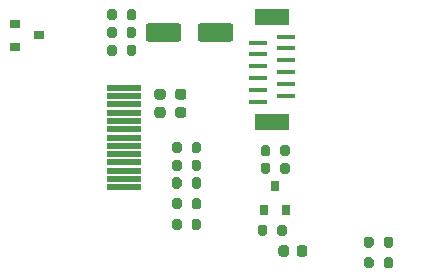
<source format=gbp>
%TF.GenerationSoftware,KiCad,Pcbnew,(5.1.8)-1*%
%TF.CreationDate,2021-01-16T15:49:20-05:00*%
%TF.ProjectId,uratt_fp,75726174-745f-4667-902e-6b696361645f,rev?*%
%TF.SameCoordinates,Original*%
%TF.FileFunction,Paste,Bot*%
%TF.FilePolarity,Positive*%
%FSLAX46Y46*%
G04 Gerber Fmt 4.6, Leading zero omitted, Abs format (unit mm)*
G04 Created by KiCad (PCBNEW (5.1.8)-1) date 2021-01-16 15:49:20*
%MOMM*%
%LPD*%
G01*
G04 APERTURE LIST*
%ADD10R,2.900000X1.400000*%
%ADD11R,1.600000X0.400000*%
%ADD12R,3.000000X0.500000*%
%ADD13R,0.800000X0.900000*%
%ADD14R,0.900000X0.800000*%
G04 APERTURE END LIST*
D10*
%TO.C,J101*%
X67250000Y-128152000D03*
X67250000Y-137052000D03*
D11*
X68450000Y-129852000D03*
X66050000Y-130352000D03*
X68450000Y-130852000D03*
X66050000Y-131352000D03*
X68450000Y-131852000D03*
X66050000Y-132352000D03*
X68450000Y-132852000D03*
X66050000Y-133352000D03*
X68450000Y-133852000D03*
X66050000Y-134352000D03*
X68450000Y-134852000D03*
X66050000Y-135352000D03*
%TD*%
%TO.C,C104*%
G36*
G01*
X59550000Y-128950000D02*
X59550000Y-130050000D01*
G75*
G02*
X59300000Y-130300000I-250000J0D01*
G01*
X56800000Y-130300000D01*
G75*
G02*
X56550000Y-130050000I0J250000D01*
G01*
X56550000Y-128950000D01*
G75*
G02*
X56800000Y-128700000I250000J0D01*
G01*
X59300000Y-128700000D01*
G75*
G02*
X59550000Y-128950000I0J-250000D01*
G01*
G37*
G36*
G01*
X63950000Y-128950000D02*
X63950000Y-130050000D01*
G75*
G02*
X63700000Y-130300000I-250000J0D01*
G01*
X61200000Y-130300000D01*
G75*
G02*
X60950000Y-130050000I0J250000D01*
G01*
X60950000Y-128950000D01*
G75*
G02*
X61200000Y-128700000I250000J0D01*
G01*
X63700000Y-128700000D01*
G75*
G02*
X63950000Y-128950000I0J-250000D01*
G01*
G37*
%TD*%
D12*
%TO.C,LCD101*%
X54737000Y-134192000D03*
X54737000Y-134892000D03*
X54737000Y-135592000D03*
X54737000Y-136292000D03*
X54737000Y-136992000D03*
X54737000Y-137692000D03*
X54737000Y-138392000D03*
X54737000Y-139092000D03*
X54737000Y-139792000D03*
X54737000Y-140492000D03*
X54737000Y-141192000D03*
X54737000Y-141892000D03*
X54737000Y-142592000D03*
%TD*%
%TO.C,R113*%
G36*
G01*
X67925000Y-139775000D02*
X67925000Y-139225000D01*
G75*
G02*
X68125000Y-139025000I200000J0D01*
G01*
X68525000Y-139025000D01*
G75*
G02*
X68725000Y-139225000I0J-200000D01*
G01*
X68725000Y-139775000D01*
G75*
G02*
X68525000Y-139975000I-200000J0D01*
G01*
X68125000Y-139975000D01*
G75*
G02*
X67925000Y-139775000I0J200000D01*
G01*
G37*
G36*
G01*
X66275000Y-139775000D02*
X66275000Y-139225000D01*
G75*
G02*
X66475000Y-139025000I200000J0D01*
G01*
X66875000Y-139025000D01*
G75*
G02*
X67075000Y-139225000I0J-200000D01*
G01*
X67075000Y-139775000D01*
G75*
G02*
X66875000Y-139975000I-200000J0D01*
G01*
X66475000Y-139975000D01*
G75*
G02*
X66275000Y-139775000I0J200000D01*
G01*
G37*
%TD*%
%TO.C,R112*%
G36*
G01*
X66825000Y-145975000D02*
X66825000Y-146525000D01*
G75*
G02*
X66625000Y-146725000I-200000J0D01*
G01*
X66225000Y-146725000D01*
G75*
G02*
X66025000Y-146525000I0J200000D01*
G01*
X66025000Y-145975000D01*
G75*
G02*
X66225000Y-145775000I200000J0D01*
G01*
X66625000Y-145775000D01*
G75*
G02*
X66825000Y-145975000I0J-200000D01*
G01*
G37*
G36*
G01*
X68475000Y-145975000D02*
X68475000Y-146525000D01*
G75*
G02*
X68275000Y-146725000I-200000J0D01*
G01*
X67875000Y-146725000D01*
G75*
G02*
X67675000Y-146525000I0J200000D01*
G01*
X67675000Y-145975000D01*
G75*
G02*
X67875000Y-145775000I200000J0D01*
G01*
X68275000Y-145775000D01*
G75*
G02*
X68475000Y-145975000I0J-200000D01*
G01*
G37*
%TD*%
%TO.C,R111*%
G36*
G01*
X67925000Y-141275000D02*
X67925000Y-140725000D01*
G75*
G02*
X68125000Y-140525000I200000J0D01*
G01*
X68525000Y-140525000D01*
G75*
G02*
X68725000Y-140725000I0J-200000D01*
G01*
X68725000Y-141275000D01*
G75*
G02*
X68525000Y-141475000I-200000J0D01*
G01*
X68125000Y-141475000D01*
G75*
G02*
X67925000Y-141275000I0J200000D01*
G01*
G37*
G36*
G01*
X66275000Y-141275000D02*
X66275000Y-140725000D01*
G75*
G02*
X66475000Y-140525000I200000J0D01*
G01*
X66875000Y-140525000D01*
G75*
G02*
X67075000Y-140725000I0J-200000D01*
G01*
X67075000Y-141275000D01*
G75*
G02*
X66875000Y-141475000I-200000J0D01*
G01*
X66475000Y-141475000D01*
G75*
G02*
X66275000Y-141275000I0J200000D01*
G01*
G37*
%TD*%
%TO.C,R110*%
G36*
G01*
X54925000Y-131275000D02*
X54925000Y-130725000D01*
G75*
G02*
X55125000Y-130525000I200000J0D01*
G01*
X55525000Y-130525000D01*
G75*
G02*
X55725000Y-130725000I0J-200000D01*
G01*
X55725000Y-131275000D01*
G75*
G02*
X55525000Y-131475000I-200000J0D01*
G01*
X55125000Y-131475000D01*
G75*
G02*
X54925000Y-131275000I0J200000D01*
G01*
G37*
G36*
G01*
X53275000Y-131275000D02*
X53275000Y-130725000D01*
G75*
G02*
X53475000Y-130525000I200000J0D01*
G01*
X53875000Y-130525000D01*
G75*
G02*
X54075000Y-130725000I0J-200000D01*
G01*
X54075000Y-131275000D01*
G75*
G02*
X53875000Y-131475000I-200000J0D01*
G01*
X53475000Y-131475000D01*
G75*
G02*
X53275000Y-131275000I0J200000D01*
G01*
G37*
%TD*%
%TO.C,R109*%
G36*
G01*
X60425000Y-146025000D02*
X60425000Y-145475000D01*
G75*
G02*
X60625000Y-145275000I200000J0D01*
G01*
X61025000Y-145275000D01*
G75*
G02*
X61225000Y-145475000I0J-200000D01*
G01*
X61225000Y-146025000D01*
G75*
G02*
X61025000Y-146225000I-200000J0D01*
G01*
X60625000Y-146225000D01*
G75*
G02*
X60425000Y-146025000I0J200000D01*
G01*
G37*
G36*
G01*
X58775000Y-146025000D02*
X58775000Y-145475000D01*
G75*
G02*
X58975000Y-145275000I200000J0D01*
G01*
X59375000Y-145275000D01*
G75*
G02*
X59575000Y-145475000I0J-200000D01*
G01*
X59575000Y-146025000D01*
G75*
G02*
X59375000Y-146225000I-200000J0D01*
G01*
X58975000Y-146225000D01*
G75*
G02*
X58775000Y-146025000I0J200000D01*
G01*
G37*
%TD*%
%TO.C,R108*%
G36*
G01*
X60425000Y-142525000D02*
X60425000Y-141975000D01*
G75*
G02*
X60625000Y-141775000I200000J0D01*
G01*
X61025000Y-141775000D01*
G75*
G02*
X61225000Y-141975000I0J-200000D01*
G01*
X61225000Y-142525000D01*
G75*
G02*
X61025000Y-142725000I-200000J0D01*
G01*
X60625000Y-142725000D01*
G75*
G02*
X60425000Y-142525000I0J200000D01*
G01*
G37*
G36*
G01*
X58775000Y-142525000D02*
X58775000Y-141975000D01*
G75*
G02*
X58975000Y-141775000I200000J0D01*
G01*
X59375000Y-141775000D01*
G75*
G02*
X59575000Y-141975000I0J-200000D01*
G01*
X59575000Y-142525000D01*
G75*
G02*
X59375000Y-142725000I-200000J0D01*
G01*
X58975000Y-142725000D01*
G75*
G02*
X58775000Y-142525000I0J200000D01*
G01*
G37*
%TD*%
%TO.C,R107*%
G36*
G01*
X60425000Y-139525000D02*
X60425000Y-138975000D01*
G75*
G02*
X60625000Y-138775000I200000J0D01*
G01*
X61025000Y-138775000D01*
G75*
G02*
X61225000Y-138975000I0J-200000D01*
G01*
X61225000Y-139525000D01*
G75*
G02*
X61025000Y-139725000I-200000J0D01*
G01*
X60625000Y-139725000D01*
G75*
G02*
X60425000Y-139525000I0J200000D01*
G01*
G37*
G36*
G01*
X58775000Y-139525000D02*
X58775000Y-138975000D01*
G75*
G02*
X58975000Y-138775000I200000J0D01*
G01*
X59375000Y-138775000D01*
G75*
G02*
X59575000Y-138975000I0J-200000D01*
G01*
X59575000Y-139525000D01*
G75*
G02*
X59375000Y-139725000I-200000J0D01*
G01*
X58975000Y-139725000D01*
G75*
G02*
X58775000Y-139525000I0J200000D01*
G01*
G37*
%TD*%
%TO.C,R106*%
G36*
G01*
X60425000Y-144275000D02*
X60425000Y-143725000D01*
G75*
G02*
X60625000Y-143525000I200000J0D01*
G01*
X61025000Y-143525000D01*
G75*
G02*
X61225000Y-143725000I0J-200000D01*
G01*
X61225000Y-144275000D01*
G75*
G02*
X61025000Y-144475000I-200000J0D01*
G01*
X60625000Y-144475000D01*
G75*
G02*
X60425000Y-144275000I0J200000D01*
G01*
G37*
G36*
G01*
X58775000Y-144275000D02*
X58775000Y-143725000D01*
G75*
G02*
X58975000Y-143525000I200000J0D01*
G01*
X59375000Y-143525000D01*
G75*
G02*
X59575000Y-143725000I0J-200000D01*
G01*
X59575000Y-144275000D01*
G75*
G02*
X59375000Y-144475000I-200000J0D01*
G01*
X58975000Y-144475000D01*
G75*
G02*
X58775000Y-144275000I0J200000D01*
G01*
G37*
%TD*%
%TO.C,R105*%
G36*
G01*
X60425000Y-141025000D02*
X60425000Y-140475000D01*
G75*
G02*
X60625000Y-140275000I200000J0D01*
G01*
X61025000Y-140275000D01*
G75*
G02*
X61225000Y-140475000I0J-200000D01*
G01*
X61225000Y-141025000D01*
G75*
G02*
X61025000Y-141225000I-200000J0D01*
G01*
X60625000Y-141225000D01*
G75*
G02*
X60425000Y-141025000I0J200000D01*
G01*
G37*
G36*
G01*
X58775000Y-141025000D02*
X58775000Y-140475000D01*
G75*
G02*
X58975000Y-140275000I200000J0D01*
G01*
X59375000Y-140275000D01*
G75*
G02*
X59575000Y-140475000I0J-200000D01*
G01*
X59575000Y-141025000D01*
G75*
G02*
X59375000Y-141225000I-200000J0D01*
G01*
X58975000Y-141225000D01*
G75*
G02*
X58775000Y-141025000I0J200000D01*
G01*
G37*
%TD*%
%TO.C,R104*%
G36*
G01*
X54075000Y-127725000D02*
X54075000Y-128275000D01*
G75*
G02*
X53875000Y-128475000I-200000J0D01*
G01*
X53475000Y-128475000D01*
G75*
G02*
X53275000Y-128275000I0J200000D01*
G01*
X53275000Y-127725000D01*
G75*
G02*
X53475000Y-127525000I200000J0D01*
G01*
X53875000Y-127525000D01*
G75*
G02*
X54075000Y-127725000I0J-200000D01*
G01*
G37*
G36*
G01*
X55725000Y-127725000D02*
X55725000Y-128275000D01*
G75*
G02*
X55525000Y-128475000I-200000J0D01*
G01*
X55125000Y-128475000D01*
G75*
G02*
X54925000Y-128275000I0J200000D01*
G01*
X54925000Y-127725000D01*
G75*
G02*
X55125000Y-127525000I200000J0D01*
G01*
X55525000Y-127525000D01*
G75*
G02*
X55725000Y-127725000I0J-200000D01*
G01*
G37*
%TD*%
%TO.C,R103*%
G36*
G01*
X54925000Y-129775000D02*
X54925000Y-129225000D01*
G75*
G02*
X55125000Y-129025000I200000J0D01*
G01*
X55525000Y-129025000D01*
G75*
G02*
X55725000Y-129225000I0J-200000D01*
G01*
X55725000Y-129775000D01*
G75*
G02*
X55525000Y-129975000I-200000J0D01*
G01*
X55125000Y-129975000D01*
G75*
G02*
X54925000Y-129775000I0J200000D01*
G01*
G37*
G36*
G01*
X53275000Y-129775000D02*
X53275000Y-129225000D01*
G75*
G02*
X53475000Y-129025000I200000J0D01*
G01*
X53875000Y-129025000D01*
G75*
G02*
X54075000Y-129225000I0J-200000D01*
G01*
X54075000Y-129775000D01*
G75*
G02*
X53875000Y-129975000I-200000J0D01*
G01*
X53475000Y-129975000D01*
G75*
G02*
X53275000Y-129775000I0J200000D01*
G01*
G37*
%TD*%
%TO.C,R102*%
G36*
G01*
X75825000Y-146975000D02*
X75825000Y-147525000D01*
G75*
G02*
X75625000Y-147725000I-200000J0D01*
G01*
X75225000Y-147725000D01*
G75*
G02*
X75025000Y-147525000I0J200000D01*
G01*
X75025000Y-146975000D01*
G75*
G02*
X75225000Y-146775000I200000J0D01*
G01*
X75625000Y-146775000D01*
G75*
G02*
X75825000Y-146975000I0J-200000D01*
G01*
G37*
G36*
G01*
X77475000Y-146975000D02*
X77475000Y-147525000D01*
G75*
G02*
X77275000Y-147725000I-200000J0D01*
G01*
X76875000Y-147725000D01*
G75*
G02*
X76675000Y-147525000I0J200000D01*
G01*
X76675000Y-146975000D01*
G75*
G02*
X76875000Y-146775000I200000J0D01*
G01*
X77275000Y-146775000D01*
G75*
G02*
X77475000Y-146975000I0J-200000D01*
G01*
G37*
%TD*%
%TO.C,R101*%
G36*
G01*
X76675000Y-149275000D02*
X76675000Y-148725000D01*
G75*
G02*
X76875000Y-148525000I200000J0D01*
G01*
X77275000Y-148525000D01*
G75*
G02*
X77475000Y-148725000I0J-200000D01*
G01*
X77475000Y-149275000D01*
G75*
G02*
X77275000Y-149475000I-200000J0D01*
G01*
X76875000Y-149475000D01*
G75*
G02*
X76675000Y-149275000I0J200000D01*
G01*
G37*
G36*
G01*
X75025000Y-149275000D02*
X75025000Y-148725000D01*
G75*
G02*
X75225000Y-148525000I200000J0D01*
G01*
X75625000Y-148525000D01*
G75*
G02*
X75825000Y-148725000I0J-200000D01*
G01*
X75825000Y-149275000D01*
G75*
G02*
X75625000Y-149475000I-200000J0D01*
G01*
X75225000Y-149475000D01*
G75*
G02*
X75025000Y-149275000I0J200000D01*
G01*
G37*
%TD*%
D13*
%TO.C,Q102*%
X67500000Y-142500000D03*
X66550000Y-144500000D03*
X68450000Y-144500000D03*
%TD*%
D14*
%TO.C,Q101*%
X47500000Y-129750000D03*
X45500000Y-128800000D03*
X45500000Y-130700000D03*
%TD*%
%TO.C,C103*%
G36*
G01*
X59750000Y-135175000D02*
X59250000Y-135175000D01*
G75*
G02*
X59025000Y-134950000I0J225000D01*
G01*
X59025000Y-134500000D01*
G75*
G02*
X59250000Y-134275000I225000J0D01*
G01*
X59750000Y-134275000D01*
G75*
G02*
X59975000Y-134500000I0J-225000D01*
G01*
X59975000Y-134950000D01*
G75*
G02*
X59750000Y-135175000I-225000J0D01*
G01*
G37*
G36*
G01*
X59750000Y-136725000D02*
X59250000Y-136725000D01*
G75*
G02*
X59025000Y-136500000I0J225000D01*
G01*
X59025000Y-136050000D01*
G75*
G02*
X59250000Y-135825000I225000J0D01*
G01*
X59750000Y-135825000D01*
G75*
G02*
X59975000Y-136050000I0J-225000D01*
G01*
X59975000Y-136500000D01*
G75*
G02*
X59750000Y-136725000I-225000J0D01*
G01*
G37*
%TD*%
%TO.C,C102*%
G36*
G01*
X58000000Y-135175000D02*
X57500000Y-135175000D01*
G75*
G02*
X57275000Y-134950000I0J225000D01*
G01*
X57275000Y-134500000D01*
G75*
G02*
X57500000Y-134275000I225000J0D01*
G01*
X58000000Y-134275000D01*
G75*
G02*
X58225000Y-134500000I0J-225000D01*
G01*
X58225000Y-134950000D01*
G75*
G02*
X58000000Y-135175000I-225000J0D01*
G01*
G37*
G36*
G01*
X58000000Y-136725000D02*
X57500000Y-136725000D01*
G75*
G02*
X57275000Y-136500000I0J225000D01*
G01*
X57275000Y-136050000D01*
G75*
G02*
X57500000Y-135825000I225000J0D01*
G01*
X58000000Y-135825000D01*
G75*
G02*
X58225000Y-136050000I0J-225000D01*
G01*
X58225000Y-136500000D01*
G75*
G02*
X58000000Y-136725000I-225000J0D01*
G01*
G37*
%TD*%
%TO.C,C101*%
G36*
G01*
X68675000Y-147750000D02*
X68675000Y-148250000D01*
G75*
G02*
X68450000Y-148475000I-225000J0D01*
G01*
X68000000Y-148475000D01*
G75*
G02*
X67775000Y-148250000I0J225000D01*
G01*
X67775000Y-147750000D01*
G75*
G02*
X68000000Y-147525000I225000J0D01*
G01*
X68450000Y-147525000D01*
G75*
G02*
X68675000Y-147750000I0J-225000D01*
G01*
G37*
G36*
G01*
X70225000Y-147750000D02*
X70225000Y-148250000D01*
G75*
G02*
X70000000Y-148475000I-225000J0D01*
G01*
X69550000Y-148475000D01*
G75*
G02*
X69325000Y-148250000I0J225000D01*
G01*
X69325000Y-147750000D01*
G75*
G02*
X69550000Y-147525000I225000J0D01*
G01*
X70000000Y-147525000D01*
G75*
G02*
X70225000Y-147750000I0J-225000D01*
G01*
G37*
%TD*%
M02*

</source>
